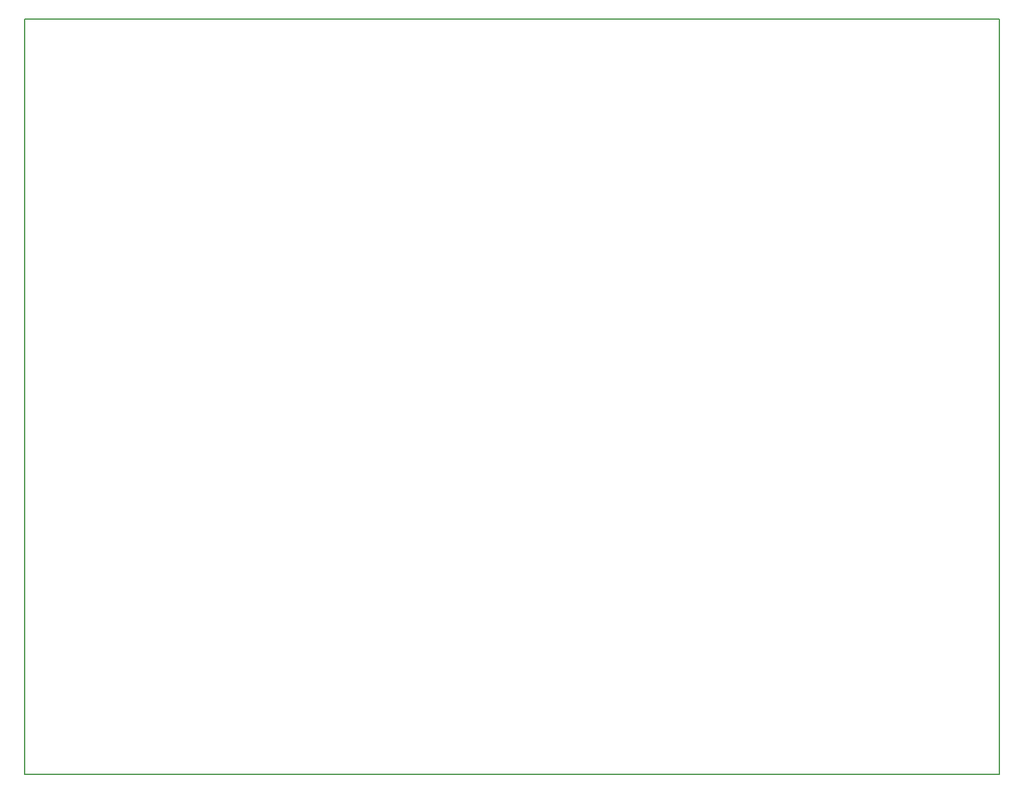
<source format=gbr>
G04 DipTrace 3.3.1.3*
G04 BoardOutline.gbr*
%MOIN*%
G04 #@! TF.FileFunction,Profile*
G04 #@! TF.Part,Single*
%ADD11C,0.005512*%
%FSLAX26Y26*%
G04*
G70*
G90*
G75*
G01*
G04 BoardOutline*
%LPD*%
X5669291Y4488188D2*
D11*
Y393700D1*
X393700D1*
Y4488188D1*
X5669291D1*
M02*

</source>
